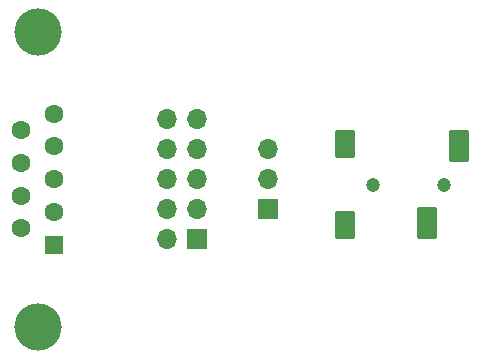
<source format=gbr>
%TF.GenerationSoftware,KiCad,Pcbnew,7.0.2*%
%TF.CreationDate,2024-01-06T01:05:47-08:00*%
%TF.ProjectId,MK_CommAdapter,4d4b5f43-6f6d-46d4-9164-61707465722e,1.0*%
%TF.SameCoordinates,Original*%
%TF.FileFunction,Soldermask,Top*%
%TF.FilePolarity,Negative*%
%FSLAX46Y46*%
G04 Gerber Fmt 4.6, Leading zero omitted, Abs format (unit mm)*
G04 Created by KiCad (PCBNEW 7.0.2) date 2024-01-06 01:05:47*
%MOMM*%
%LPD*%
G01*
G04 APERTURE LIST*
G04 Aperture macros list*
%AMRoundRect*
0 Rectangle with rounded corners*
0 $1 Rounding radius*
0 $2 $3 $4 $5 $6 $7 $8 $9 X,Y pos of 4 corners*
0 Add a 4 corners polygon primitive as box body*
4,1,4,$2,$3,$4,$5,$6,$7,$8,$9,$2,$3,0*
0 Add four circle primitives for the rounded corners*
1,1,$1+$1,$2,$3*
1,1,$1+$1,$4,$5*
1,1,$1+$1,$6,$7*
1,1,$1+$1,$8,$9*
0 Add four rect primitives between the rounded corners*
20,1,$1+$1,$2,$3,$4,$5,0*
20,1,$1+$1,$4,$5,$6,$7,0*
20,1,$1+$1,$6,$7,$8,$9,0*
20,1,$1+$1,$8,$9,$2,$3,0*%
G04 Aperture macros list end*
%ADD10R,1.700000X1.700000*%
%ADD11O,1.700000X1.700000*%
%ADD12C,1.200000*%
%ADD13RoundRect,0.102000X0.750000X1.250000X-0.750000X1.250000X-0.750000X-1.250000X0.750000X-1.250000X0*%
%ADD14RoundRect,0.102000X0.750000X1.075000X-0.750000X1.075000X-0.750000X-1.075000X0.750000X-1.075000X0*%
%ADD15C,4.000000*%
%ADD16R,1.600000X1.600000*%
%ADD17C,1.600000*%
G04 APERTURE END LIST*
D10*
%TO.C,J4*%
X145039000Y-94528500D03*
D11*
X145039000Y-91988500D03*
X145039000Y-89448500D03*
X145039000Y-86908500D03*
X145039000Y-84368500D03*
X142499000Y-94528500D03*
X142499000Y-91988500D03*
X142499000Y-89448500D03*
X142499000Y-86908500D03*
X142499000Y-84368500D03*
%TD*%
D10*
%TO.C,J3*%
X151003000Y-91978500D03*
D11*
X151003000Y-89438500D03*
X151003000Y-86898500D03*
%TD*%
D12*
%TO.C,J2*%
X165938200Y-89916000D03*
X159938200Y-89916000D03*
D13*
X164538200Y-93166000D03*
X167238200Y-86666000D03*
D14*
X157538200Y-93341000D03*
X157538200Y-86491000D03*
%TD*%
D15*
%TO.C,J1*%
X131544200Y-101963500D03*
X131544200Y-76963500D03*
D16*
X132964200Y-95003500D03*
D17*
X132964200Y-92233500D03*
X132964200Y-89463500D03*
X132964200Y-86693500D03*
X132964200Y-83923500D03*
X130124200Y-93618500D03*
X130124200Y-90848500D03*
X130124200Y-88078500D03*
X130124200Y-85308500D03*
%TD*%
M02*

</source>
